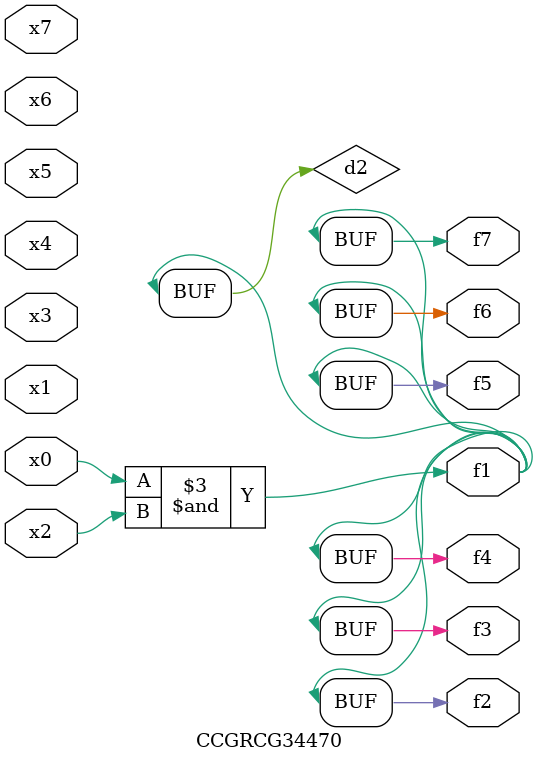
<source format=v>
module CCGRCG34470(
	input x0, x1, x2, x3, x4, x5, x6, x7,
	output f1, f2, f3, f4, f5, f6, f7
);

	wire d1, d2;

	nor (d1, x3, x6);
	and (d2, x0, x2);
	assign f1 = d2;
	assign f2 = d2;
	assign f3 = d2;
	assign f4 = d2;
	assign f5 = d2;
	assign f6 = d2;
	assign f7 = d2;
endmodule

</source>
